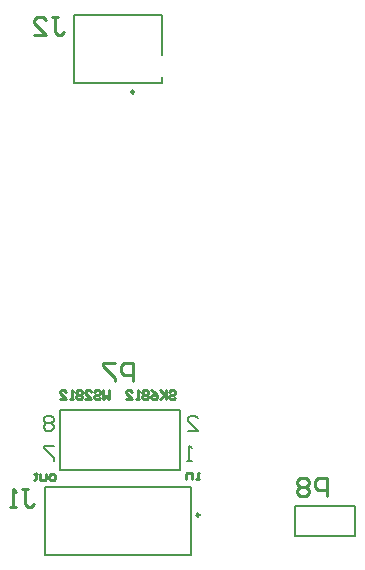
<source format=gbo>
G04*
G04 #@! TF.GenerationSoftware,Altium Limited,Altium Designer,22.0.2 (36)*
G04*
G04 Layer_Color=32896*
%FSLAX25Y25*%
%MOIN*%
G70*
G04*
G04 #@! TF.SameCoordinates,8FA63C8F-8BB1-4B71-A7B0-7D8B7C950947*
G04*
G04*
G04 #@! TF.FilePolarity,Positive*
G04*
G01*
G75*
%ADD10C,0.01000*%
%ADD11C,0.00787*%
%ADD23C,0.00984*%
%ADD24C,0.00800*%
D10*
X4998Y-31999D02*
Y-26001D01*
X1999D01*
X1000Y-27001D01*
Y-29000D01*
X1999Y-30000D01*
X4998D01*
X-1000Y-26001D02*
X-4998D01*
Y-27001D01*
X-1000Y-30999D01*
Y-31999D01*
X-21500Y-65000D02*
X-22500D01*
X-22999Y-64500D01*
Y-63500D01*
X-22500Y-63001D01*
X-21500D01*
X-21000Y-63500D01*
Y-64500D01*
X-21500Y-65000D01*
X-23999Y-63001D02*
Y-64500D01*
X-24499Y-65000D01*
X-25998D01*
Y-63001D01*
X-27498Y-62501D02*
Y-63001D01*
X-26998D01*
X-27998D01*
X-27498D01*
Y-64500D01*
X-27998Y-65000D01*
X27000Y-64500D02*
X26000D01*
X26500D01*
Y-62501D01*
X27000D01*
X24501Y-64500D02*
Y-62501D01*
X23001D01*
X22501Y-63001D01*
Y-64500D01*
X-3000Y-35001D02*
Y-38000D01*
X-4000Y-37000D01*
X-4999Y-38000D01*
Y-35001D01*
X-7998Y-35501D02*
X-7499Y-35001D01*
X-6499D01*
X-5999Y-35501D01*
Y-36001D01*
X-6499Y-36500D01*
X-7499D01*
X-7998Y-37000D01*
Y-37500D01*
X-7499Y-38000D01*
X-6499D01*
X-5999Y-37500D01*
X-10997Y-38000D02*
X-8998D01*
X-10997Y-36001D01*
Y-35501D01*
X-10498Y-35001D01*
X-9498D01*
X-8998Y-35501D01*
X-11997D02*
X-12497Y-35001D01*
X-13497D01*
X-13996Y-35501D01*
Y-36001D01*
X-13497Y-36500D01*
X-13996Y-37000D01*
Y-37500D01*
X-13497Y-38000D01*
X-12497D01*
X-11997Y-37500D01*
Y-37000D01*
X-12497Y-36500D01*
X-11997Y-36001D01*
Y-35501D01*
X-12497Y-36500D02*
X-13497D01*
X-14996Y-38000D02*
X-15996D01*
X-15496D01*
Y-35001D01*
X-14996Y-35501D01*
X-19495Y-38000D02*
X-17495D01*
X-19495Y-36001D01*
Y-35501D01*
X-18995Y-35001D01*
X-17995D01*
X-17495Y-35501D01*
X17001D02*
X17501Y-35001D01*
X18500D01*
X19000Y-35501D01*
Y-36001D01*
X18500Y-36500D01*
X17501D01*
X17001Y-37000D01*
Y-37500D01*
X17501Y-38000D01*
X18500D01*
X19000Y-37500D01*
X16001Y-35001D02*
Y-38000D01*
Y-37000D01*
X14002Y-35001D01*
X15501Y-36500D01*
X14002Y-38000D01*
X11003Y-35001D02*
X12002Y-35501D01*
X13002Y-36500D01*
Y-37500D01*
X12502Y-38000D01*
X11502D01*
X11003Y-37500D01*
Y-37000D01*
X11502Y-36500D01*
X13002D01*
X10003Y-35501D02*
X9503Y-35001D01*
X8503D01*
X8004Y-35501D01*
Y-36001D01*
X8503Y-36500D01*
X8004Y-37000D01*
Y-37500D01*
X8503Y-38000D01*
X9503D01*
X10003Y-37500D01*
Y-37000D01*
X9503Y-36500D01*
X10003Y-36001D01*
Y-35501D01*
X9503Y-36500D02*
X8503D01*
X7004Y-38000D02*
X6004D01*
X6504D01*
Y-35001D01*
X7004Y-35501D01*
X2505Y-38000D02*
X4505D01*
X2505Y-36001D01*
Y-35501D01*
X3005Y-35001D01*
X4005D01*
X4505Y-35501D01*
X69466Y-70366D02*
Y-64368D01*
X66467D01*
X65467Y-65368D01*
Y-67367D01*
X66467Y-68367D01*
X69466D01*
X63468Y-65368D02*
X62468Y-64368D01*
X60469D01*
X59469Y-65368D01*
Y-66367D01*
X60469Y-67367D01*
X59469Y-68367D01*
Y-69366D01*
X60469Y-70366D01*
X62468D01*
X63468Y-69366D01*
Y-68367D01*
X62468Y-67367D01*
X63468Y-66367D01*
Y-65368D01*
X62468Y-67367D02*
X60469D01*
X-32000Y-68001D02*
X-30001D01*
X-31000D01*
Y-72999D01*
X-30001Y-73999D01*
X-29001D01*
X-28001Y-72999D01*
X-33999Y-73999D02*
X-35999D01*
X-34999D01*
Y-68001D01*
X-33999Y-69001D01*
X-22000Y89499D02*
X-20001D01*
X-21001D01*
Y84501D01*
X-20001Y83501D01*
X-19001D01*
X-18002Y84501D01*
X-27998Y83501D02*
X-24000D01*
X-27998Y87500D01*
Y88499D01*
X-26999Y89499D01*
X-24999D01*
X-24000Y88499D01*
D11*
X-19500Y-61500D02*
X20500Y-61500D01*
X-19500Y-41500D02*
X20500Y-41500D01*
Y-61500D02*
Y-41500D01*
X-19500Y-41500D02*
X-19500Y-61500D01*
X58898Y-83740D02*
Y-73740D01*
Y-83740D02*
X78898D01*
Y-73740D01*
X58898D02*
X78898D01*
X-24409Y-90059D02*
X-24409Y-67421D01*
X24409Y-67421D01*
Y-90059D02*
Y-67421D01*
X-24409Y-90059D02*
X24409D01*
X-14567Y67421D02*
Y90059D01*
X14567D01*
Y67421D02*
Y69291D01*
Y76575D02*
Y90059D01*
X-14567Y67421D02*
X14567D01*
D23*
X27067Y-76673D02*
G03*
X27067Y-76673I-492J0D01*
G01*
X5315Y64370D02*
G03*
X5315Y64370I-492J0D01*
G01*
D24*
X23168Y-48500D02*
X26500D01*
X23168Y-45168D01*
Y-44335D01*
X24001Y-43502D01*
X25667D01*
X26500Y-44335D01*
X24500Y-58500D02*
X22834D01*
X23667D01*
Y-53502D01*
X24500Y-54335D01*
X-21500Y-53502D02*
X-24832D01*
Y-54335D01*
X-21500Y-57667D01*
Y-58500D01*
Y-44335D02*
X-22333Y-43502D01*
X-23999D01*
X-24832Y-44335D01*
Y-45168D01*
X-23999Y-46001D01*
X-24832Y-46834D01*
Y-47667D01*
X-23999Y-48500D01*
X-22333D01*
X-21500Y-47667D01*
Y-46834D01*
X-22333Y-46001D01*
X-21500Y-45168D01*
Y-44335D01*
X-22333Y-46001D02*
X-23999D01*
M02*

</source>
